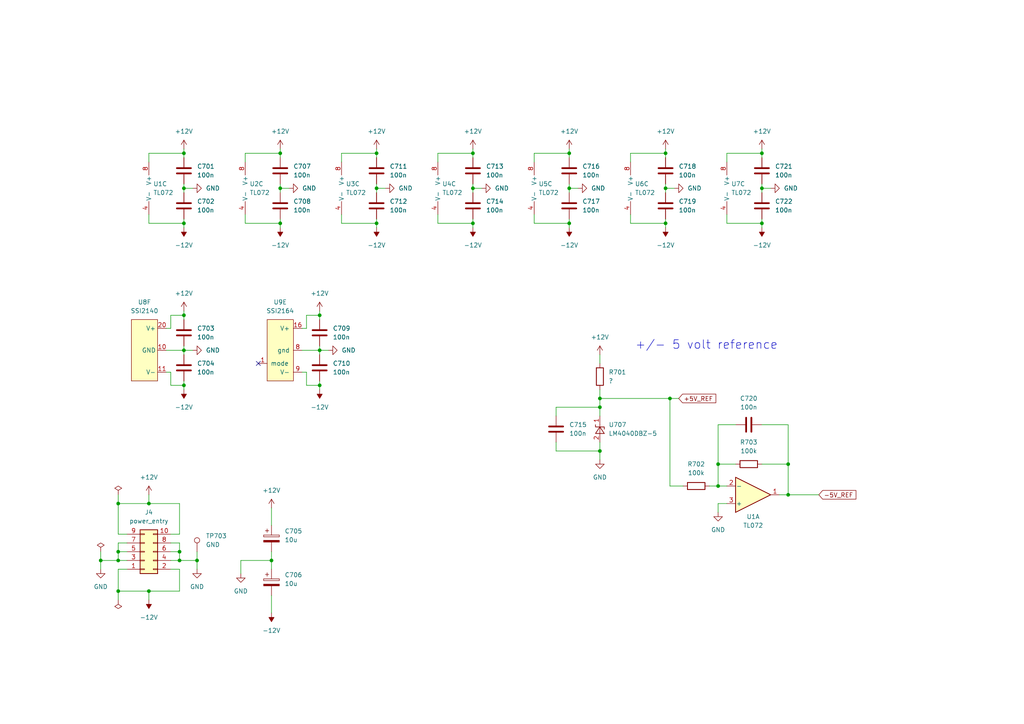
<source format=kicad_sch>
(kicad_sch (version 20230121) (generator eeschema)
  (paper "A4")
  (title_block (title "MICRO-OX VCF/VCA board") (date "2023-03-21") (rev "0") (comment 1 "creativecommons.org/licenses/by/4.0/") (comment 2 "License: CC by 4.0") (comment 3 "Author: Jordan Aceto"))
  (lib_symbols
    (symbol "Amplifier_Operational:TL072" (pin_names (offset 0.127))
      (property "Reference" "U" (at 0 5.08 0))
      (property "Value" "TL072" (at 0 -5.08 0))
      (symbol "TL072_1_1"
        (polyline (pts (xy -5.08 5.08) (xy 5.08 0) (xy -5.08 -5.08) (xy -5.08 5.08)) (stroke (width 0.254)) (fill (type background)))
        (pin output line (at 7.62 0 180) (length 2.54) (name "~") (number "1"))
        (pin input line (at -7.62 -2.54 0) (length 2.54) (name "-") (number "2"))
        (pin input line (at -7.62 2.54 0) (length 2.54) (name "+") (number "3"))
      )
      (symbol "TL072_2_1"
        (polyline (pts (xy -5.08 5.08) (xy 5.08 0) (xy -5.08 -5.08) (xy -5.08 5.08)) (stroke (width 0.254)) (fill (type background)))
        (pin input line (at -7.62 2.54 0) (length 2.54) (name "+") (number "5"))
        (pin input line (at -7.62 -2.54 0) (length 2.54) (name "-") (number "6"))
        (pin output line (at 7.62 0 180) (length 2.54) (name "~") (number "7"))
      )
      (symbol "TL072_3_1"
        (pin power_in line (at -2.54 -7.62 90) (length 3.81) (name "V-") (number "4"))
        (pin power_in line (at -2.54 7.62 270) (length 3.81) (name "V+") (number "8"))
      )
    )
    (symbol "Connector:TestPoint" (pin_numbers hide) (pin_names (offset 0.762) hide)
      (property "Reference" "TP" (at 0 6.858 0))
      (property "Value" "TestPoint" (at 0 5.08 0))
      (symbol "TestPoint_0_1"
        (circle (center 0 3.302) (radius 0.762))
      )
      (symbol "TestPoint_1_1"
        (pin passive line (at 0 0 90) (length 2.54) (name "1") (number "1"))
      )
    )
    (symbol "Connector_Generic:Conn_02x05_Odd_Even" (pin_names (offset 1.016) hide)
      (property "Reference" "J" (at 1.27 7.62 0))
      (property "Value" "Conn_02x05_Odd_Even" (at 1.27 -7.62 0))
      (symbol "Conn_02x05_Odd_Even_1_1"
        (rectangle (start -1.27 -4.953) (end 0 -5.207) (stroke (width 0.1524)))
        (rectangle (start -1.27 -2.413) (end 0 -2.667) (stroke (width 0.1524)))
        (rectangle (start -1.27 0.127) (end 0 -0.127) (stroke (width 0.1524)))
        (rectangle (start -1.27 2.667) (end 0 2.413) (stroke (width 0.1524)))
        (rectangle (start -1.27 5.207) (end 0 4.953) (stroke (width 0.1524)))
        (rectangle (start -1.27 6.35) (end 3.81 -6.35) (stroke (width 0.254)) (fill (type background)))
        (rectangle (start 3.81 -4.953) (end 2.54 -5.207) (stroke (width 0.1524)))
        (rectangle (start 3.81 -2.413) (end 2.54 -2.667) (stroke (width 0.1524)))
        (rectangle (start 3.81 0.127) (end 2.54 -0.127) (stroke (width 0.1524)))
        (rectangle (start 3.81 2.667) (end 2.54 2.413) (stroke (width 0.1524)))
        (rectangle (start 3.81 5.207) (end 2.54 4.953) (stroke (width 0.1524)))
        (pin passive line (at -5.08 5.08 0) (length 3.81) (name "Pin_1") (number "1"))
        (pin passive line (at 7.62 -5.08 180) (length 3.81) (name "Pin_10") (number "10"))
        (pin passive line (at 7.62 5.08 180) (length 3.81) (name "Pin_2") (number "2"))
        (pin passive line (at -5.08 2.54 0) (length 3.81) (name "Pin_3") (number "3"))
        (pin passive line (at 7.62 2.54 180) (length 3.81) (name "Pin_4") (number "4"))
        (pin passive line (at -5.08 0 0) (length 3.81) (name "Pin_5") (number "5"))
        (pin passive line (at 7.62 0 180) (length 3.81) (name "Pin_6") (number "6"))
        (pin passive line (at -5.08 -2.54 0) (length 3.81) (name "Pin_7") (number "7"))
        (pin passive line (at 7.62 -2.54 180) (length 3.81) (name "Pin_8") (number "8"))
        (pin passive line (at -5.08 -5.08 0) (length 3.81) (name "Pin_9") (number "9"))
      )
    )
    (symbol "Device:C" (pin_numbers hide) (pin_names (offset 0.254))
      (property "Reference" "C" (at 0.635 2.54 0))
      (property "Value" "C" (at 0.635 -2.54 0))
      (symbol "C_0_1"
        (polyline (pts (xy -2.032 -0.762) (xy 2.032 -0.762)) (stroke (width 0.508)))
        (polyline (pts (xy -2.032 0.762) (xy 2.032 0.762)) (stroke (width 0.508)))
      )
      (symbol "C_1_1"
        (pin passive line (at 0 3.81 270) (length 2.794) (name "~") (number "1"))
        (pin passive line (at 0 -3.81 90) (length 2.794) (name "~") (number "2"))
      )
    )
    (symbol "Device:C_Polarized" (pin_numbers hide) (pin_names (offset 0.254))
      (property "Reference" "C" (at 0.635 2.54 0))
      (property "Value" "C_Polarized" (at 0.635 -2.54 0))
      (symbol "C_Polarized_0_1"
        (rectangle (start -2.286 0.508) (end 2.286 1.016))
        (polyline (pts (xy -1.778 2.286) (xy -0.762 2.286)))
        (polyline (pts (xy -1.27 2.794) (xy -1.27 1.778)))
        (rectangle (start 2.286 -0.508) (end -2.286 -1.016) (fill (type outline)))
      )
      (symbol "C_Polarized_1_1"
        (pin passive line (at 0 3.81 270) (length 2.794) (name "~") (number "1"))
        (pin passive line (at 0 -3.81 90) (length 2.794) (name "~") (number "2"))
      )
    )
    (symbol "Device:R" (pin_numbers hide) (pin_names (offset 0))
      (property "Reference" "R" (at 2.032 0 90))
      (property "Value" "R" (at 0 0 90))
      (symbol "R_0_1"
        (rectangle (start -1.016 -2.54) (end 1.016 2.54) (stroke (width 0.254)))
      )
      (symbol "R_1_1"
        (pin passive line (at 0 3.81 270) (length 1.27) (name "~") (number "1"))
        (pin passive line (at 0 -3.81 90) (length 1.27) (name "~") (number "2"))
      )
    )
    (symbol "Reference_Voltage:LM4040DBZ-5" (pin_names (offset 0.0254) hide)
      (property "Reference" "U" (at 0 2.54 0))
      (property "Value" "LM4040DBZ-5" (at 0 -3.175 0))
      (symbol "LM4040DBZ-5_0_1"
        (polyline (pts (xy -1.27 0) (xy 0 0) (xy 1.27 0)))
        (polyline (pts (xy -1.27 -1.27) (xy 0.635 0) (xy -1.27 1.27) (xy -1.27 -1.27)) (stroke (width 0.2032)))
        (polyline (pts (xy 0 -1.27) (xy 0.635 -1.27) (xy 0.635 1.27) (xy 1.27 1.27)) (stroke (width 0.2032)))
      )
      (symbol "LM4040DBZ-5_1_1"
        (pin passive line (at 3.81 0 180) (length 2.54) (name "K") (number "1"))
        (pin passive line (at -3.81 0 0) (length 2.54) (name "A") (number "2"))
      )
    )
    (symbol "custom_symbols:SSI2140"
      (property "Reference" "U?" (at -1.905 11.43 0))
      (property "Value" "SSI2140" (at -1.905 8.89 0))
      (symbol "SSI2140_1_0"
        (polyline (pts (xy 0 0) (xy -2.54 0)))
        (polyline (pts (xy 0 -5.08) (xy 0 0) (xy 2.54 0)))
        (polyline (pts (xy -2.54 0) (xy -12.7 6.35) (xy -12.7 -6.35) (xy -2.54 0)) (fill (type background)))
        (text "B1" (at 5.08 0 0) (effects (font (size 1.27 1.27))))
        (text "Gm1" (at -8.89 0 0) (effects (font (size 1.27 1.27))))
      )
      (symbol "SSI2140_1_1"
        (polyline (pts (xy 8.89 0) (xy 2.54 5.08) (xy 2.54 -5.08) (xy 8.89 0)) (fill (type background)))
        (circle (center 0 0) (radius 0.635) (fill (type outline)))
        (pin output line (at 11.43 0 180) (length 2.54) (name "") (number "4"))
        (pin input line (at 0 -7.62 90) (length 2.54) (name "") (number "5"))
        (pin input line (at -15.24 0 0) (length 2.54) (name "") (number "6"))
      )
      (symbol "SSI2140_2_0"
        (polyline (pts (xy 0 0) (xy -2.54 0)))
        (polyline (pts (xy 0 -5.08) (xy 0 0) (xy 2.54 0)))
        (polyline (pts (xy -2.54 0) (xy -12.7 6.35) (xy -12.7 -6.35) (xy -2.54 0)) (fill (type background)))
        (text "B2" (at 5.08 0 0) (effects (font (size 1.27 1.27))))
        (text "Gm2" (at -8.89 0 0) (effects (font (size 1.27 1.27))))
      )
      (symbol "SSI2140_2_1"
        (polyline (pts (xy 8.89 0) (xy 2.54 5.08) (xy 2.54 -5.08) (xy 8.89 0)) (fill (type background)))
        (circle (center 0 0) (radius 0.635) (fill (type outline)))
        (pin output line (at 11.43 0 180) (length 2.54) (name "") (number "1"))
        (pin input line (at 0 -7.62 90) (length 2.54) (name "") (number "2"))
        (pin input line (at -15.24 0 0) (length 2.54) (name "") (number "3"))
      )
      (symbol "SSI2140_3_0"
        (polyline (pts (xy 0 0) (xy -2.54 0)))
        (polyline (pts (xy 0 -5.08) (xy 0 0) (xy 2.54 0)))
        (polyline (pts (xy -2.54 0) (xy -12.7 6.35) (xy -12.7 -6.35) (xy -2.54 0)) (fill (type background)))
        (text "B3" (at 5.08 0 0) (effects (font (size 1.27 1.27))))
        (text "Gm3" (at -8.89 0 0) (effects (font (size 1.27 1.27))))
      )
      (symbol "SSI2140_3_1"
        (polyline (pts (xy 8.89 0) (xy 2.54 5.08) (xy 2.54 -5.08) (xy 8.89 0)) (fill (type background)))
        (circle (center 0 0) (radius 0.635) (fill (type outline)))
        (pin output line (at 11.43 0 180) (length 2.54) (name "") (number "17"))
        (pin input line (at 0 -7.62 90) (length 2.54) (name "") (number "18"))
        (pin input line (at -15.24 0 0) (length 2.54) (name "") (number "19"))
      )
      (symbol "SSI2140_4_0"
        (polyline (pts (xy 0 0) (xy -2.54 0)))
        (polyline (pts (xy 27.94 -5.08) (xy 35.56 5.08)))
        (polyline (pts (xy 35.56 -5.08) (xy 28.575 5.08)))
        (polyline (pts (xy 0 -5.08) (xy 0 0) (xy 2.54 0)))
        (polyline (pts (xy 11.43 0) (xy 11.43 0) (xy 8.89 0)))
        (polyline (pts (xy 20.32 3.175) (xy 14.605 3.175) (xy 14.605 0)))
        (polyline (pts (xy 25.4 -5.08) (xy 25.4 -2.54) (xy 27.94 -2.54)))
        (polyline (pts (xy -2.54 0) (xy -12.7 6.35) (xy -12.7 -6.35) (xy -2.54 0)) (fill (type background)))
        (polyline (pts (xy 35.56 5.08) (xy 27.94 5.08) (xy 27.94 -5.08) (xy 35.56 -5.08)) (fill (type background)))
        (polyline (pts (xy 43.18 0) (xy 35.56 5.08) (xy 35.56 -5.08) (xy 43.18 0)) (fill (type background)))
        (polyline (pts (xy 20.32 3.175) (xy 20.955 4.445) (xy 21.59 1.905) (xy 22.225 4.445) (xy 22.86 1.905) (xy 23.495 4.445) (xy 24.13 1.905) (xy 24.765 4.445) (xy 25.4 3.175) (xy 27.94 3.175)))
        (text "+" (at 26.67 -1.27 0) (effects (font (size 1.27 1.27))))
        (text "-" (at 26.67 3.81 0) (effects (font (size 1.27 1.27))))
        (text "B3" (at 5.08 0 0) (effects (font (size 1.27 1.27))))
        (text "Gm3" (at -8.89 0 0) (effects (font (size 1.27 1.27))))
        (text "Qvca" (at 38.735 0 0) (effects (font (size 1.27 1.27))))
      )
      (symbol "SSI2140_4_1"
        (polyline (pts (xy 11.43 0) (xy 14.605 0)))
        (polyline (pts (xy 8.89 0) (xy 2.54 5.08) (xy 2.54 -5.08) (xy 8.89 0)) (fill (type background)))
        (circle (center 0 0) (radius 0.635) (fill (type outline)))
        (pin input line (at 31.75 -7.62 90) (length 2.54) (name "") (number "12"))
        (pin input line (at 25.4 -7.62 90) (length 2.54) (name "") (number "13"))
        (pin output line (at 11.43 0 180) (length 2.54) (name "") (number "14"))
        (pin input line (at 0 -7.62 90) (length 2.54) (name "") (number "15"))
        (pin input line (at -15.24 0 0) (length 2.54) (name "") (number "16"))
        (pin output line (at 45.72 0 180) (length 2.54) (name "") (number "9"))
      )
      (symbol "SSI2140_5_0"
        (text "Exponential" (at -10.16 2.54 0) (effects (font (size 1.27 1.27)) (justify left)))
        (text "Function" (at -10.16 0 0) (effects (font (size 1.27 1.27)) (justify left)))
        (text "Generator" (at -10.16 -2.54 0) (effects (font (size 1.27 1.27)) (justify left)))
      )
      (symbol "SSI2140_5_1"
        (rectangle (start -11.43 5.08) (end 12.7 -5.08) (fill (type background)))
        (pin input line (at 15.24 2.54 180) (length 2.54) (name "EXPO_CTL") (number "7"))
        (pin input line (at 15.24 -2.54 180) (length 2.54) (name "TEMPCO") (number "8"))
      )
      (symbol "SSI2140_6_0"
        (rectangle (start -3.81 6.35) (end 3.81 -11.43) (fill (type background)))
      )
      (symbol "SSI2140_6_1"
        (pin power_in line (at 6.35 -2.54 180) (length 2.54) (name "GND") (number "10"))
        (pin power_in line (at 6.35 -8.89 180) (length 2.54) (name "V-") (number "11"))
        (pin power_in line (at 6.35 3.81 180) (length 2.54) (name "V+") (number "20"))
      )
    )
    (symbol "custom_symbols:SSI2164" (pin_names (offset 1.016))
      (property "Reference" "U3" (at 0 12.7 0))
      (property "Value" "SSI2164" (at 0 10.16 0))
      (symbol "SSI2164_1_1"
        (rectangle (start -5.08 5.08) (end 5.08 -5.08) (fill (type background)))
        (polyline (pts (xy 5.08 5.08) (xy -5.08 -5.08)))
        (polyline (pts (xy 5.08 5.08) (xy 10.16 0) (xy 5.08 -5.08) (xy -5.08 5.08)) (fill (type background)))
        (pin input line (at -7.62 0 0) (length 2.54) (name "~") (number "2"))
        (pin input line (at 0 -7.62 90) (length 2.54) (name "~") (number "3"))
        (pin output line (at 12.7 0 180) (length 2.54) (name "~") (number "4"))
      )
      (symbol "SSI2164_2_1"
        (rectangle (start -5.08 5.08) (end 5.08 -5.08) (fill (type background)))
        (polyline (pts (xy 5.08 5.08) (xy -5.08 -5.08)))
        (polyline (pts (xy 5.08 5.08) (xy 10.16 0) (xy 5.08 -5.08) (xy -5.08 5.08)) (fill (type background)))
        (pin output line (at 12.7 0 180) (length 2.54) (name "~") (number "5"))
        (pin input line (at 0 -7.62 90) (length 2.54) (name "~") (number "6"))
        (pin input line (at -7.62 0 0) (length 2.54) (name "~") (number "7"))
      )
      (symbol "SSI2164_3_1"
        (rectangle (start -5.08 5.08) (end 5.08 -5.08) (fill (type background)))
        (polyline (pts (xy 5.08 5.08) (xy -5.08 -5.08)))
        (polyline (pts (xy 5.08 5.08) (xy 10.16 0) (xy 5.08 -5.08) (xy -5.08 5.08)) (fill (type background)))
        (pin input line (at -7.62 0 0) (length 2.54) (name "~") (number "10"))
        (pin input line (at 0 -7.62 90) (length 2.54) (name "~") (number "11"))
        (pin output line (at 12.7 0 180) (length 2.54) (name "~") (number "12"))
      )
      (symbol "SSI2164_4_1"
        (rectangle (start -5.08 5.08) (end 5.08 -5.08) (fill (type background)))
        (polyline (pts (xy 5.08 5.08) (xy -5.08 -5.08)))
        (polyline (pts (xy 5.08 5.08) (xy 10.16 0) (xy 5.08 -5.08) (xy -5.08 5.08)) (fill (type background)))
        (pin output line (at 12.7 0 180) (length 2.54) (name "~") (number "13"))
        (pin input line (at 0 -7.62 90) (length 2.54) (name "~") (number "14"))
        (pin input line (at -7.62 0 0) (length 2.54) (name "~") (number "15"))
      )
      (symbol "SSI2164_5_1"
        (rectangle (start -3.81 8.89) (end 3.81 -8.89) (fill (type background)))
        (pin input line (at -6.35 -3.81 0) (length 2.54) (name "mode") (number "1"))
        (pin power_in line (at 6.35 6.35 180) (length 2.54) (name "V+") (number "16"))
        (pin power_in line (at 6.35 0 180) (length 2.54) (name "gnd") (number "8"))
        (pin power_in line (at 6.35 -6.35 180) (length 2.54) (name "V-") (number "9"))
      )
    )
    (symbol "power:+12V" (power) (pin_names (offset 0))
      (property "Value" "+12V" (at 0 3.556 0))
      (symbol "+12V_0_1"
        (polyline (pts (xy -0.762 1.27) (xy 0 2.54)))
        (polyline (pts (xy 0 0) (xy 0 2.54)))
        (polyline (pts (xy 0 2.54) (xy 0.762 1.27)))
      )
      (symbol "+12V_1_1"
        (pin power_in line (at 0 0 90) (length 0) hide (name "+12V") (number "1"))
      )
    )
    (symbol "power:-12V" (power) (pin_names (offset 0))
      (property "Value" "-12V" (at 0 3.81 0))
      (symbol "-12V_0_0"
        (pin power_in line (at 0 0 90) (length 0) hide (name "-12V") (number "1"))
      )
      (symbol "-12V_0_1"
        (polyline (pts (xy 0 0) (xy 0 1.27) (xy 0.762 1.27) (xy 0 2.54) (xy -0.762 1.27) (xy 0 1.27)) (fill (type outline)))
      )
    )
    (symbol "power:GND" (power) (pin_names (offset 0))
      (property "Value" "GND" (at 0 -3.81 0))
      (symbol "GND_0_1"
        (polyline (pts (xy 0 0) (xy 0 -1.27) (xy 1.27 -1.27) (xy 0 -2.54) (xy -1.27 -1.27) (xy 0 -1.27)))
      )
      (symbol "GND_1_1"
        (pin power_in line (at 0 0 270) (length 0) hide (name "GND") (number "1"))
      )
    )
    (symbol "power:PWR_FLAG" (power) (pin_numbers hide) (pin_names (offset 0) hide)
      (property "Value" "PWR_FLAG" (at 0 3.81 0))
      (symbol "PWR_FLAG_0_0"
        (pin power_out line (at 0 0 90) (length 0) (name "pwr") (number "1"))
      )
      (symbol "PWR_FLAG_0_1"
        (polyline (pts (xy 0 0) (xy 0 1.27) (xy -1.016 1.905) (xy 0 2.54) (xy 1.016 1.905) (xy 0 1.27)))
      )
    )
  )
  (junction (at 43.18 171.45))
  (junction (at 220.98 54.61))
  (junction (at 43.18 146.05))
  (junction (at 220.98 64.77))
  (junction (at 208.28 134.62))
  (junction (at 78.74 162.56))
  (junction (at 53.34 111.76))
  (junction (at 109.22 54.61))
  (junction (at 109.22 64.77))
  (junction (at 194.31 115.57))
  (junction (at 137.16 64.77))
  (junction (at 53.34 101.6))
  (junction (at 29.21 162.56))
  (junction (at 53.34 91.44))
  (junction (at 165.1 54.61))
  (junction (at 137.16 54.61))
  (junction (at 81.28 44.45))
  (junction (at 228.6 143.51))
  (junction (at 52.07 162.56))
  (junction (at 173.99 115.57))
  (junction (at 193.04 44.45))
  (junction (at 53.34 44.45))
  (junction (at 34.29 146.05))
  (junction (at 53.34 54.61))
  (junction (at 137.16 44.45))
  (junction (at 57.15 162.56))
  (junction (at 81.28 54.61))
  (junction (at 228.6 134.62))
  (junction (at 165.1 64.77))
  (junction (at 109.22 44.45))
  (junction (at 34.29 171.45))
  (junction (at 92.71 101.6))
  (junction (at 92.71 111.76))
  (junction (at 52.07 160.02))
  (junction (at 193.04 64.77))
  (junction (at 220.98 44.45))
  (junction (at 208.28 140.97))
  (junction (at 193.04 54.61))
  (junction (at 92.71 91.44))
  (junction (at 81.28 64.77))
  (junction (at 34.29 162.56))
  (junction (at 173.99 118.11))
  (junction (at 34.29 160.02))
  (junction (at 165.1 44.45))
  (junction (at 53.34 64.77))
  (junction (at 173.99 130.81))
  (no_connect (at 74.93 105.41))
  (wire (pts (xy 127 44.45) (xy 137.16 44.45)))
  (wire (pts (xy 228.6 143.51) (xy 237.49 143.51)))
  (wire (pts (xy 49.53 154.94) (xy 52.07 154.94)))
  (wire (pts (xy 53.34 54.61) (xy 53.34 55.88)))
  (wire (pts (xy 213.36 123.19) (xy 208.28 123.19)))
  (wire (pts (xy 154.94 62.23) (xy 154.94 64.77)))
  (wire (pts (xy 154.94 44.45) (xy 165.1 44.45)))
  (wire (pts (xy 49.53 111.76) (xy 53.34 111.76)))
  (wire (pts (xy 228.6 134.62) (xy 220.98 134.62)))
  (wire (pts (xy 88.9 95.25) (xy 88.9 91.44)))
  (wire (pts (xy 223.52 54.61) (xy 220.98 54.61)))
  (wire (pts (xy 36.83 165.1) (xy 34.29 165.1)))
  (wire (pts (xy 228.6 123.19) (xy 228.6 134.62)))
  (wire (pts (xy 49.53 95.25) (xy 48.26 95.25)))
  (wire (pts (xy 52.07 171.45) (xy 52.07 165.1)))
  (wire (pts (xy 161.29 118.11) (xy 161.29 120.65)))
  (wire (pts (xy 53.34 44.45) (xy 53.34 45.72)))
  (wire (pts (xy 173.99 115.57) (xy 194.31 115.57)))
  (wire (pts (xy 111.76 54.61) (xy 109.22 54.61)))
  (wire (pts (xy 210.82 140.97) (xy 208.28 140.97)))
  (wire (pts (xy 205.74 140.97) (xy 208.28 140.97)))
  (wire (pts (xy 109.22 53.34) (xy 109.22 54.61)))
  (wire (pts (xy 34.29 154.94) (xy 36.83 154.94)))
  (wire (pts (xy 193.04 64.77) (xy 193.04 63.5)))
  (wire (pts (xy 78.74 172.72) (xy 78.74 177.8)))
  (wire (pts (xy 48.26 101.6) (xy 53.34 101.6)))
  (wire (pts (xy 53.34 111.76) (xy 53.34 110.49)))
  (wire (pts (xy 165.1 44.45) (xy 165.1 45.72)))
  (wire (pts (xy 154.94 44.45) (xy 154.94 46.99)))
  (wire (pts (xy 161.29 130.81) (xy 161.29 128.27)))
  (wire (pts (xy 220.98 44.45) (xy 220.98 45.72)))
  (wire (pts (xy 173.99 133.35) (xy 173.99 130.81)))
  (wire (pts (xy 92.71 100.33) (xy 92.71 101.6)))
  (wire (pts (xy 49.53 107.95) (xy 49.53 111.76)))
  (wire (pts (xy 165.1 66.04) (xy 165.1 64.77)))
  (wire (pts (xy 57.15 160.02) (xy 57.15 162.56)))
  (wire (pts (xy 57.15 162.56) (xy 52.07 162.56)))
  (wire (pts (xy 194.31 115.57) (xy 196.85 115.57)))
  (wire (pts (xy 34.29 157.48) (xy 36.83 157.48)))
  (wire (pts (xy 88.9 95.25) (xy 87.63 95.25)))
  (wire (pts (xy 127 44.45) (xy 127 46.99)))
  (wire (pts (xy 52.07 146.05) (xy 43.18 146.05)))
  (wire (pts (xy 109.22 64.77) (xy 109.22 63.5)))
  (wire (pts (xy 167.64 54.61) (xy 165.1 54.61)))
  (wire (pts (xy 165.1 53.34) (xy 165.1 54.61)))
  (wire (pts (xy 57.15 165.1) (xy 57.15 162.56)))
  (wire (pts (xy 210.82 62.23) (xy 210.82 64.77)))
  (wire (pts (xy 81.28 66.04) (xy 81.28 64.77)))
  (wire (pts (xy 210.82 44.45) (xy 220.98 44.45)))
  (wire (pts (xy 92.71 90.17) (xy 92.71 91.44)))
  (wire (pts (xy 99.06 44.45) (xy 99.06 46.99)))
  (wire (pts (xy 34.29 143.51) (xy 34.29 146.05)))
  (wire (pts (xy 71.12 64.77) (xy 81.28 64.77)))
  (wire (pts (xy 71.12 62.23) (xy 71.12 64.77)))
  (wire (pts (xy 88.9 91.44) (xy 92.71 91.44)))
  (wire (pts (xy 137.16 53.34) (xy 137.16 54.61)))
  (wire (pts (xy 220.98 54.61) (xy 220.98 55.88)))
  (wire (pts (xy 29.21 162.56) (xy 34.29 162.56)))
  (wire (pts (xy 43.18 62.23) (xy 43.18 64.77)))
  (wire (pts (xy 228.6 143.51) (xy 228.6 134.62)))
  (wire (pts (xy 92.71 113.03) (xy 92.71 111.76)))
  (wire (pts (xy 173.99 113.03) (xy 173.99 115.57)))
  (wire (pts (xy 92.71 111.76) (xy 92.71 110.49)))
  (wire (pts (xy 193.04 53.34) (xy 193.04 54.61)))
  (wire (pts (xy 71.12 44.45) (xy 71.12 46.99)))
  (wire (pts (xy 173.99 118.11) (xy 161.29 118.11)))
  (wire (pts (xy 92.71 101.6) (xy 92.71 102.87)))
  (wire (pts (xy 34.29 173.99) (xy 34.29 171.45)))
  (wire (pts (xy 182.88 62.23) (xy 182.88 64.77)))
  (wire (pts (xy 165.1 43.18) (xy 165.1 44.45)))
  (wire (pts (xy 137.16 64.77) (xy 137.16 63.5)))
  (wire (pts (xy 81.28 43.18) (xy 81.28 44.45)))
  (wire (pts (xy 49.53 157.48) (xy 52.07 157.48)))
  (wire (pts (xy 53.34 90.17) (xy 53.34 91.44)))
  (wire (pts (xy 165.1 64.77) (xy 165.1 63.5)))
  (wire (pts (xy 81.28 53.34) (xy 81.28 54.61)))
  (wire (pts (xy 52.07 154.94) (xy 52.07 146.05)))
  (wire (pts (xy 127 64.77) (xy 137.16 64.77)))
  (wire (pts (xy 195.58 54.61) (xy 193.04 54.61)))
  (wire (pts (xy 210.82 44.45) (xy 210.82 46.99)))
  (wire (pts (xy 109.22 54.61) (xy 109.22 55.88)))
  (wire (pts (xy 182.88 64.77) (xy 193.04 64.77)))
  (wire (pts (xy 49.53 160.02) (xy 52.07 160.02)))
  (wire (pts (xy 173.99 130.81) (xy 161.29 130.81)))
  (wire (pts (xy 182.88 44.45) (xy 193.04 44.45)))
  (wire (pts (xy 194.31 115.57) (xy 194.31 140.97)))
  (wire (pts (xy 88.9 107.95) (xy 88.9 111.76)))
  (wire (pts (xy 109.22 66.04) (xy 109.22 64.77)))
  (wire (pts (xy 92.71 91.44) (xy 92.71 92.71)))
  (wire (pts (xy 78.74 147.32) (xy 78.74 152.4)))
  (wire (pts (xy 53.34 53.34) (xy 53.34 54.61)))
  (wire (pts (xy 52.07 160.02) (xy 52.07 157.48)))
  (wire (pts (xy 52.07 165.1) (xy 49.53 165.1)))
  (wire (pts (xy 208.28 146.05) (xy 208.28 148.59)))
  (wire (pts (xy 139.7 54.61) (xy 137.16 54.61)))
  (wire (pts (xy 78.74 160.02) (xy 78.74 162.56)))
  (wire (pts (xy 52.07 162.56) (xy 52.07 160.02)))
  (wire (pts (xy 81.28 64.77) (xy 81.28 63.5)))
  (wire (pts (xy 29.21 165.1) (xy 29.21 162.56)))
  (wire (pts (xy 43.18 143.51) (xy 43.18 146.05)))
  (wire (pts (xy 34.29 171.45) (xy 43.18 171.45)))
  (wire (pts (xy 127 62.23) (xy 127 64.77)))
  (wire (pts (xy 53.34 113.03) (xy 53.34 111.76)))
  (wire (pts (xy 78.74 162.56) (xy 78.74 165.1)))
  (wire (pts (xy 34.29 165.1) (xy 34.29 171.45)))
  (wire (pts (xy 226.06 143.51) (xy 228.6 143.51)))
  (wire (pts (xy 43.18 44.45) (xy 43.18 46.99)))
  (wire (pts (xy 55.88 54.61) (xy 53.34 54.61)))
  (wire (pts (xy 34.29 157.48) (xy 34.29 160.02)))
  (wire (pts (xy 81.28 44.45) (xy 81.28 45.72)))
  (wire (pts (xy 87.63 101.6) (xy 92.71 101.6)))
  (wire (pts (xy 36.83 162.56) (xy 34.29 162.56)))
  (wire (pts (xy 182.88 44.45) (xy 182.88 46.99)))
  (wire (pts (xy 43.18 146.05) (xy 34.29 146.05)))
  (wire (pts (xy 220.98 43.18) (xy 220.98 44.45)))
  (wire (pts (xy 49.53 95.25) (xy 49.53 91.44)))
  (wire (pts (xy 53.34 43.18) (xy 53.34 44.45)))
  (wire (pts (xy 109.22 43.18) (xy 109.22 44.45)))
  (wire (pts (xy 88.9 111.76) (xy 92.71 111.76)))
  (wire (pts (xy 83.82 54.61) (xy 81.28 54.61)))
  (wire (pts (xy 43.18 64.77) (xy 53.34 64.77)))
  (wire (pts (xy 193.04 44.45) (xy 193.04 45.72)))
  (wire (pts (xy 137.16 43.18) (xy 137.16 44.45)))
  (wire (pts (xy 109.22 44.45) (xy 109.22 45.72)))
  (wire (pts (xy 81.28 54.61) (xy 81.28 55.88)))
  (wire (pts (xy 99.06 64.77) (xy 109.22 64.77)))
  (wire (pts (xy 154.94 64.77) (xy 165.1 64.77)))
  (wire (pts (xy 173.99 128.27) (xy 173.99 130.81)))
  (wire (pts (xy 69.85 162.56) (xy 78.74 162.56)))
  (wire (pts (xy 53.34 91.44) (xy 53.34 92.71)))
  (wire (pts (xy 49.53 162.56) (xy 52.07 162.56)))
  (wire (pts (xy 71.12 44.45) (xy 81.28 44.45)))
  (wire (pts (xy 53.34 100.33) (xy 53.34 101.6)))
  (wire (pts (xy 34.29 160.02) (xy 34.29 162.56)))
  (wire (pts (xy 194.31 140.97) (xy 198.12 140.97)))
  (wire (pts (xy 173.99 120.65) (xy 173.99 118.11)))
  (wire (pts (xy 173.99 102.87) (xy 173.99 105.41)))
  (wire (pts (xy 165.1 54.61) (xy 165.1 55.88)))
  (wire (pts (xy 220.98 66.04) (xy 220.98 64.77)))
  (wire (pts (xy 137.16 66.04) (xy 137.16 64.77)))
  (wire (pts (xy 208.28 123.19) (xy 208.28 134.62)))
  (wire (pts (xy 220.98 53.34) (xy 220.98 54.61)))
  (wire (pts (xy 99.06 44.45) (xy 109.22 44.45)))
  (wire (pts (xy 49.53 107.95) (xy 48.26 107.95)))
  (wire (pts (xy 53.34 101.6) (xy 53.34 102.87)))
  (wire (pts (xy 173.99 115.57) (xy 173.99 118.11)))
  (wire (pts (xy 43.18 171.45) (xy 43.18 173.99)))
  (wire (pts (xy 220.98 123.19) (xy 228.6 123.19)))
  (wire (pts (xy 137.16 44.45) (xy 137.16 45.72)))
  (wire (pts (xy 208.28 140.97) (xy 208.28 134.62)))
  (wire (pts (xy 193.04 43.18) (xy 193.04 44.45)))
  (wire (pts (xy 43.18 171.45) (xy 52.07 171.45)))
  (wire (pts (xy 69.85 166.37) (xy 69.85 162.56)))
  (wire (pts (xy 55.88 101.6) (xy 53.34 101.6)))
  (wire (pts (xy 29.21 160.02) (xy 29.21 162.56)))
  (wire (pts (xy 34.29 160.02) (xy 36.83 160.02)))
  (wire (pts (xy 53.34 66.04) (xy 53.34 64.77)))
  (wire (pts (xy 43.18 44.45) (xy 53.34 44.45)))
  (wire (pts (xy 210.82 146.05) (xy 208.28 146.05)))
  (wire (pts (xy 193.04 66.04) (xy 193.04 64.77)))
  (wire (pts (xy 210.82 64.77) (xy 220.98 64.77)))
  (wire (pts (xy 34.29 146.05) (xy 34.29 154.94)))
  (wire (pts (xy 220.98 64.77) (xy 220.98 63.5)))
  (wire (pts (xy 137.16 54.61) (xy 137.16 55.88)))
  (wire (pts (xy 88.9 107.95) (xy 87.63 107.95)))
  (wire (pts (xy 208.28 134.62) (xy 213.36 134.62)))
  (wire (pts (xy 193.04 54.61) (xy 193.04 55.88)))
  (wire (pts (xy 99.06 62.23) (xy 99.06 64.77)))
  (wire (pts (xy 95.25 101.6) (xy 92.71 101.6)))
  (wire (pts (xy 49.53 91.44) (xy 53.34 91.44)))
  (wire (pts (xy 53.34 64.77) (xy 53.34 63.5)))
  (text "+/- 5 volt reference" (at 184.15 101.6 0) (effects (font (size 2.5 2.5)) (justify left bottom)))
  (global_label "+5V_REF" (shape input) (at 196.85 115.57 0) (property "Intersheetrefs" "${INTERSHEET_REFS}" (effects hide)))
  (global_label "-5V_REF" (shape input) (at 237.49 143.51 0) (property "Intersheetrefs" "${INTERSHEET_REFS}" (effects hide)))
  (symbol (lib_id "power:PWR_FLAG") (at 34.29 143.51 0) (unit 1)
    (property "Reference" "#FLG0702" (effects hide))
    (property "Value" "PWR_FLAG" (effects hide))
  )
  (symbol (lib_id "Amplifier_Operational:TL072") (at 157.48 54.61 0) (unit 3)
    (property "Reference" "U5" (at 156.21 53.34 0) (effects (justify left)))
    (property "Value" "TL072" (at 156.21 55.88 0) (effects (justify left)))
    (property "Footprint" "Package_SO:SOIC-8_3.9x4.9mm_P1.27mm" (effects hide))
    (property "Datasheet" "http://www.ti.com/lit/ds/symlink/tl071.pdf" (effects hide))
  )
  (symbol (lib_id "Amplifier_Operational:TL072") (at 101.6 54.61 0) (unit 3)
    (property "Reference" "U3" (at 100.33 53.34 0) (effects (justify left)))
    (property "Value" "TL072" (at 100.33 55.88 0) (effects (justify left)))
    (property "Footprint" "Package_SO:SOIC-8_3.9x4.9mm_P1.27mm" (effects hide))
    (property "Datasheet" "http://www.ti.com/lit/ds/symlink/tl071.pdf" (effects hide))
  )
  (symbol (lib_id "Device:C") (at 53.34 106.68 0) (unit 1)
    (property "Reference" "C704" (at 57.15 105.4099 0) (effects (justify left)))
    (property "Value" "100n" (at 57.15 107.9499 0) (effects (justify left)))
    (property "Footprint" "Capacitor_SMD:C_0603_1608Metric" (effects hide))
  )
  (symbol (lib_id "Device:C") (at 109.22 59.69 0) (unit 1)
    (property "Reference" "C712" (at 113.03 58.4199 0) (effects (justify left)))
    (property "Value" "100n" (at 113.03 60.9599 0) (effects (justify left)))
    (property "Footprint" "Capacitor_SMD:C_0603_1608Metric" (effects hide))
  )
  (symbol (lib_id "Amplifier_Operational:TL072") (at 129.54 54.61 0) (unit 3)
    (property "Reference" "U4" (at 128.27 53.34 0) (effects (justify left)))
    (property "Value" "TL072" (at 128.27 55.88 0) (effects (justify left)))
    (property "Footprint" "Package_SO:SOIC-8_3.9x4.9mm_P1.27mm" (effects hide))
    (property "Datasheet" "http://www.ti.com/lit/ds/symlink/tl071.pdf" (effects hide))
  )
  (symbol (lib_id "power:GND") (at 55.88 101.6 90) (unit 1)
    (property "Reference" "#PWR0709" (effects hide))
    (property "Value" "GND" (at 59.69 101.5999 90) (effects (justify right)))
  )
  (symbol (lib_id "power:PWR_FLAG") (at 34.29 173.99 180) (unit 1)
    (property "Reference" "#FLG0703" (effects hide))
    (property "Value" "PWR_FLAG" (effects hide))
  )
  (symbol (lib_id "power:GND") (at 83.82 54.61 90) (unit 1)
    (property "Reference" "#PWR0716" (effects hide))
    (property "Value" "GND" (at 87.63 54.6099 90) (effects (justify right)))
  )
  (symbol (lib_id "Device:C") (at 53.34 96.52 0) (unit 1)
    (property "Reference" "C703" (at 57.15 95.2499 0) (effects (justify left)))
    (property "Value" "100n" (at 57.15 97.7899 0) (effects (justify left)))
    (property "Footprint" "Capacitor_SMD:C_0603_1608Metric" (effects hide))
  )
  (symbol (lib_id "power:+12V") (at 43.18 143.51 0) (unit 1)
    (property "Reference" "#PWR0702" (effects hide))
    (property "Value" "+12V" (at 43.18 138.43 0))
  )
  (symbol (lib_id "Device:C") (at 165.1 49.53 0) (unit 1)
    (property "Reference" "C716" (at 168.91 48.2599 0) (effects (justify left)))
    (property "Value" "100n" (at 168.91 50.7999 0) (effects (justify left)))
    (property "Footprint" "Capacitor_SMD:C_0603_1608Metric" (effects hide))
  )
  (symbol (lib_id "power:+12V") (at 109.22 43.18 0) (unit 1)
    (property "Reference" "#PWR0720" (effects hide))
    (property "Value" "+12V" (at 109.22 38.1 0))
  )
  (symbol (lib_id "Device:C") (at 137.16 59.69 0) (unit 1)
    (property "Reference" "C714" (at 140.97 58.4199 0) (effects (justify left)))
    (property "Value" "100n" (at 140.97 60.9599 0) (effects (justify left)))
    (property "Footprint" "Capacitor_SMD:C_0603_1608Metric" (effects hide))
  )
  (symbol (lib_id "Device:C") (at 109.22 49.53 0) (unit 1)
    (property "Reference" "C711" (at 113.03 48.2599 0) (effects (justify left)))
    (property "Value" "100n" (at 113.03 50.7999 0) (effects (justify left)))
    (property "Footprint" "Capacitor_SMD:C_0603_1608Metric" (effects hide))
  )
  (symbol (lib_id "power:-12V") (at 137.16 66.04 180) (unit 1)
    (property "Reference" "#PWR0724" (effects hide))
    (property "Value" "-12V" (at 137.16 71.12 0))
  )
  (symbol (lib_id "power:-12V") (at 109.22 66.04 180) (unit 1)
    (property "Reference" "#PWR0721" (effects hide))
    (property "Value" "-12V" (at 109.22 71.12 0))
  )
  (symbol (lib_id "power:GND") (at 55.88 54.61 90) (unit 1)
    (property "Reference" "#PWR0708" (effects hide))
    (property "Value" "GND" (at 59.69 54.6099 90) (effects (justify right)))
  )
  (symbol (lib_id "power:+12V") (at 220.98 43.18 0) (unit 1)
    (property "Reference" "#PWR0735" (effects hide))
    (property "Value" "+12V" (at 220.98 38.1 0))
  )
  (symbol (lib_id "Device:C") (at 53.34 59.69 0) (unit 1)
    (property "Reference" "C702" (at 57.15 58.4199 0) (effects (justify left)))
    (property "Value" "100n" (at 57.15 60.9599 0) (effects (justify left)))
    (property "Footprint" "Capacitor_SMD:C_0603_1608Metric" (effects hide))
  )
  (symbol (lib_id "Device:C") (at 165.1 59.69 0) (unit 1)
    (property "Reference" "C717" (at 168.91 58.4199 0) (effects (justify left)))
    (property "Value" "100n" (at 168.91 60.9599 0) (effects (justify left)))
    (property "Footprint" "Capacitor_SMD:C_0603_1608Metric" (effects hide))
  )
  (symbol (lib_id "Connector:TestPoint") (at 57.15 160.02 0) (unit 1) (in_bom no)
    (property "Reference" "TP703" (at 59.69 155.4479 0) (effects (justify left)))
    (property "Value" "GND" (at 59.69 157.9879 0) (effects (justify left)))
    (property "Footprint" "TestPoint:TestPoint_Bridge_Pitch7.62mm_Drill1.3mm" (effects hide))
  )
  (symbol (lib_id "power:-12V") (at 193.04 66.04 180) (unit 1)
    (property "Reference" "#PWR0732" (effects hide))
    (property "Value" "-12V" (at 193.04 71.12 0))
  )
  (symbol (lib_id "power:GND") (at 195.58 54.61 90) (unit 1)
    (property "Reference" "#PWR0733" (effects hide))
    (property "Value" "GND" (at 199.39 54.6099 90) (effects (justify right)))
  )
  (symbol (lib_id "Device:C_Polarized") (at 78.74 168.91 0) (unit 1)
    (property "Reference" "C706" (at 82.55 166.7509 0) (effects (justify left)))
    (property "Value" "10u" (at 82.55 169.2909 0) (effects (justify left)))
    (property "Footprint" "Capacitor_THT:CP_Radial_D6.3mm_P2.50mm" (effects hide))
  )
  (symbol (lib_id "power:GND") (at 173.99 133.35 0) (mirror y) (unit 1)
    (property "Reference" "#PWR0730" (effects hide))
    (property "Value" "GND" (at 173.99 138.43 0))
  )
  (symbol (lib_id "Device:C") (at 161.29 124.46 0) (unit 1)
    (property "Reference" "C715" (at 165.1 123.1899 0) (effects (justify left)))
    (property "Value" "100n" (at 165.1 125.7299 0) (effects (justify left)))
    (property "Footprint" "Capacitor_SMD:C_0603_1608Metric" (effects hide))
  )
  (symbol (lib_id "power:GND") (at 139.7 54.61 90) (unit 1)
    (property "Reference" "#PWR0725" (effects hide))
    (property "Value" "GND" (at 143.51 54.6099 90) (effects (justify right)))
  )
  (symbol (lib_id "power:GND") (at 167.64 54.61 90) (unit 1)
    (property "Reference" "#PWR0728" (effects hide))
    (property "Value" "GND" (at 171.45 54.6099 90) (effects (justify right)))
  )
  (symbol (lib_id "power:+12V") (at 193.04 43.18 0) (unit 1)
    (property "Reference" "#PWR0731" (effects hide))
    (property "Value" "+12V" (at 193.04 38.1 0))
  )
  (symbol (lib_id "power:+12V") (at 81.28 43.18 0) (unit 1)
    (property "Reference" "#PWR0714" (effects hide))
    (property "Value" "+12V" (at 81.28 38.1 0))
  )
  (symbol (lib_id "Device:R") (at 173.99 109.22 0) (unit 1)
    (property "Reference" "R701" (at 176.53 107.95 0) (effects (justify left)))
    (property "Value" "?" (at 176.53 110.49 0) (effects (justify left)))
    (property "Footprint" "Resistor_SMD:R_0603_1608Metric" (effects hide))
  )
  (symbol (lib_id "Connector_Generic:Conn_02x05_Odd_Even") (at 41.91 160.02 0) (mirror x) (unit 1)
    (property "Reference" "J4" (at 43.18 148.59 0))
    (property "Value" "power_entry" (at 43.18 151.13 0))
    (property "Footprint" "custom_footprints:10_pin_IDC-Header" (effects hide))
  )
  (symbol (lib_id "power:+12V") (at 78.74 147.32 0) (unit 1)
    (property "Reference" "#PWR0712" (effects hide))
    (property "Value" "+12V" (at 78.74 142.24 0))
  )
  (symbol (lib_id "power:-12V") (at 220.98 66.04 180) (unit 1)
    (property "Reference" "#PWR0736" (effects hide))
    (property "Value" "-12V" (at 220.98 71.12 0))
  )
  (symbol (lib_id "power:-12V") (at 78.74 177.8 180) (unit 1)
    (property "Reference" "#PWR0713" (effects hide))
    (property "Value" "-12V" (at 78.74 182.88 0))
  )
  (symbol (lib_id "power:GND") (at 208.28 148.59 0) (unit 1)
    (property "Reference" "#PWR0734" (effects hide))
    (property "Value" "GND" (at 208.28 153.67 0))
  )
  (symbol (lib_id "power:-12V") (at 81.28 66.04 180) (unit 1)
    (property "Reference" "#PWR0715" (effects hide))
    (property "Value" "-12V" (at 81.28 71.12 0))
  )
  (symbol (lib_id "power:+12V") (at 53.34 90.17 0) (unit 1)
    (property "Reference" "#PWR0706" (effects hide))
    (property "Value" "+12V" (at 53.34 85.09 0))
  )
  (symbol (lib_id "Device:C_Polarized") (at 78.74 156.21 0) (unit 1)
    (property "Reference" "C705" (at 82.55 154.0509 0) (effects (justify left)))
    (property "Value" "10u" (at 82.55 156.5909 0) (effects (justify left)))
    (property "Footprint" "Capacitor_THT:CP_Radial_D6.3mm_P2.50mm" (effects hide))
  )
  (symbol (lib_id "Device:C") (at 81.28 59.69 0) (unit 1)
    (property "Reference" "C708" (at 85.09 58.4199 0) (effects (justify left)))
    (property "Value" "100n" (at 85.09 60.9599 0) (effects (justify left)))
    (property "Footprint" "Capacitor_SMD:C_0603_1608Metric" (effects hide))
  )
  (symbol (lib_id "power:-12V") (at 43.18 173.99 180) (unit 1)
    (property "Reference" "#PWR0703" (effects hide))
    (property "Value" "-12V" (at 43.18 179.07 0))
  )
  (symbol (lib_id "Amplifier_Operational:TL072") (at 218.44 143.51 0) (mirror x) (unit 1)
    (property "Reference" "U1" (at 218.44 149.86 0))
    (property "Value" "TL072" (at 218.44 152.4 0))
    (property "Footprint" "Package_SO:SOIC-8_3.9x4.9mm_P1.27mm" (effects hide))
    (property "Datasheet" "http://www.ti.com/lit/ds/symlink/tl071.pdf" (effects hide))
  )
  (symbol (lib_id "power:GND") (at 57.15 165.1 0) (unit 1)
    (property "Reference" "#PWR0710" (effects hide))
    (property "Value" "GND" (at 57.15 170.18 0))
  )
  (symbol (lib_id "power:GND") (at 111.76 54.61 90) (unit 1)
    (property "Reference" "#PWR0722" (effects hide))
    (property "Value" "GND" (at 115.57 54.6099 90) (effects (justify right)))
  )
  (symbol (lib_id "power:-12V") (at 53.34 113.03 180) (unit 1)
    (property "Reference" "#PWR0707" (effects hide))
    (property "Value" "-12V" (at 53.34 118.11 0))
  )
  (symbol (lib_id "power:+12V") (at 92.71 90.17 0) (unit 1)
    (property "Reference" "#PWR0717" (effects hide))
    (property "Value" "+12V" (at 92.71 85.09 0))
  )
  (symbol (lib_id "Device:C") (at 220.98 59.69 0) (unit 1)
    (property "Reference" "C722" (at 224.79 58.4199 0) (effects (justify left)))
    (property "Value" "100n" (at 224.79 60.9599 0) (effects (justify left)))
    (property "Footprint" "Capacitor_SMD:C_0603_1608Metric" (effects hide))
  )
  (symbol (lib_id "custom_symbols:SSI2164") (at 81.28 101.6 0) (unit 5)
    (property "Reference" "U9" (at 81.28 87.63 0))
    (property "Value" "SSI2164" (at 81.28 90.17 0))
    (property "Footprint" "Package_SO:SOIC-16_3.9x9.9mm_P1.27mm" (effects hide))
    (property "Datasheet" "https://www.soundsemiconductor.com/downloads/ssi2164datasheet.pdf" (effects hide))
  )
  (symbol (lib_id "Device:C") (at 92.71 106.68 0) (unit 1)
    (property "Reference" "C710" (at 96.52 105.4099 0) (effects (justify left)))
    (property "Value" "100n" (at 96.52 107.9499 0) (effects (justify left)))
    (property "Footprint" "Capacitor_SMD:C_0603_1608Metric" (effects hide))
  )
  (symbol (lib_id "power:+12V") (at 53.34 43.18 0) (unit 1)
    (property "Reference" "#PWR0704" (effects hide))
    (property "Value" "+12V" (at 53.34 38.1 0))
  )
  (symbol (lib_id "Device:C") (at 81.28 49.53 0) (unit 1)
    (property "Reference" "C707" (at 85.09 48.2599 0) (effects (justify left)))
    (property "Value" "100n" (at 85.09 50.7999 0) (effects (justify left)))
    (property "Footprint" "Capacitor_SMD:C_0603_1608Metric" (effects hide))
  )
  (symbol (lib_id "power:GND") (at 95.25 101.6 90) (unit 1)
    (property "Reference" "#PWR0719" (effects hide))
    (property "Value" "GND" (at 99.06 101.5999 90) (effects (justify right)))
  )
  (symbol (lib_id "Device:C") (at 193.04 59.69 0) (unit 1)
    (property "Reference" "C719" (at 196.85 58.4199 0) (effects (justify left)))
    (property "Value" "100n" (at 196.85 60.9599 0) (effects (justify left)))
    (property "Footprint" "Capacitor_SMD:C_0603_1608Metric" (effects hide))
  )
  (symbol (lib_id "Device:C") (at 92.71 96.52 0) (unit 1)
    (property "Reference" "C709" (at 96.52 95.2499 0) (effects (justify left)))
    (property "Value" "100n" (at 96.52 97.7899 0) (effects (justify left)))
    (property "Footprint" "Capacitor_SMD:C_0603_1608Metric" (effects hide))
  )
  (symbol (lib_id "Device:C") (at 137.16 49.53 0) (unit 1)
    (property "Reference" "C713" (at 140.97 48.2599 0) (effects (justify left)))
    (property "Value" "100n" (at 140.97 50.7999 0) (effects (justify left)))
    (property "Footprint" "Capacitor_SMD:C_0603_1608Metric" (effects hide))
  )
  (symbol (lib_id "Device:R") (at 217.17 134.62 90) (unit 1)
    (property "Reference" "R703" (at 217.17 128.27 90))
    (property "Value" "100k" (at 217.17 130.81 90))
    (property "Footprint" "Resistor_SMD:R_0603_1608Metric" (effects hide))
  )
  (symbol (lib_id "power:GND") (at 69.85 166.37 0) (unit 1)
    (property "Reference" "#PWR0711" (effects hide))
    (property "Value" "GND" (at 69.85 171.45 0))
  )
  (symbol (lib_id "custom_symbols:SSI2140") (at 41.91 99.06 0) (unit 6)
    (property "Reference" "U8" (at 41.91 87.63 0))
    (property "Value" "SSI2140" (at 41.91 90.17 0))
    (property "Footprint" "Package_SO:TSSOP-20_4.4x6.5mm_P0.65mm" (effects hide))
  )
  (symbol (lib_id "Device:C") (at 193.04 49.53 0) (unit 1)
    (property "Reference" "C718" (at 196.85 48.2599 0) (effects (justify left)))
    (property "Value" "100n" (at 196.85 50.7999 0) (effects (justify left)))
    (property "Footprint" "Capacitor_SMD:C_0603_1608Metric" (effects hide))
  )
  (symbol (lib_id "Device:C") (at 217.17 123.19 90) (unit 1)
    (property "Reference" "C720" (at 217.17 115.57 90))
    (property "Value" "100n" (at 217.17 118.11 90))
    (property "Footprint" "Capacitor_SMD:C_0603_1608Metric" (effects hide))
  )
  (symbol (lib_id "Amplifier_Operational:TL072") (at 45.72 54.61 0) (unit 3)
    (property "Reference" "U1" (at 44.45 53.34 0) (effects (justify left)))
    (property "Value" "TL072" (at 44.45 55.88 0) (effects (justify left)))
    (property "Footprint" "Package_SO:SOIC-8_3.9x4.9mm_P1.27mm" (effects hide))
    (property "Datasheet" "http://www.ti.com/lit/ds/symlink/tl071.pdf" (effects hide))
  )
  (symbol (lib_id "Device:C") (at 53.34 49.53 0) (unit 1)
    (property "Reference" "C701" (at 57.15 48.2599 0) (effects (justify left)))
    (property "Value" "100n" (at 57.15 50.7999 0) (effects (justify left)))
    (property "Footprint" "Capacitor_SMD:C_0603_1608Metric" (effects hide))
  )
  (symbol (lib_id "Reference_Voltage:LM4040DBZ-5") (at 173.99 124.46 90) (unit 1)
    (property "Reference" "U707" (at 176.53 123.1899 90) (effects (justify right)))
    (property "Value" "LM4040DBZ-5" (at 176.53 125.7299 90) (effects (justify right)))
    (property "Footprint" "Package_TO_SOT_SMD:SOT-23" (effects hide))
    (property "Datasheet" "http://www.ti.com/lit/ds/symlink/lm4040-n.pdf" (effects hide))
  )
  (symbol (lib_id "Amplifier_Operational:TL072") (at 185.42 54.61 0) (unit 3)
    (property "Reference" "U6" (at 184.15 53.34 0) (effects (justify left)))
    (property "Value" "TL072" (at 184.15 55.88 0) (effects (justify left)))
    (property "Footprint" "Package_SO:SOIC-8_3.9x4.9mm_P1.27mm" (effects hide))
    (property "Datasheet" "http://www.ti.com/lit/ds/symlink/tl071.pdf" (effects hide))
  )
  (symbol (lib_id "power:+12V") (at 173.99 102.87 0) (unit 1)
    (property "Reference" "#PWR0729" (effects hide))
    (property "Value" "+12V" (at 173.99 97.79 0))
  )
  (symbol (lib_id "power:+12V") (at 165.1 43.18 0) (unit 1)
    (property "Reference" "#PWR0726" (effects hide))
    (property "Value" "+12V" (at 165.1 38.1 0))
  )
  (symbol (lib_id "Amplifier_Operational:TL072") (at 213.36 54.61 0) (unit 3)
    (property "Reference" "U7" (at 212.09 53.34 0) (effects (justify left)))
    (property "Value" "TL072" (at 212.09 55.88 0) (effects (justify left)))
    (property "Footprint" "Package_SO:SOIC-8_3.9x4.9mm_P1.27mm" (effects hide))
    (property "Datasheet" "http://www.ti.com/lit/ds/symlink/tl071.pdf" (effects hide))
  )
  (symbol (lib_id "Device:C") (at 220.98 49.53 0) (unit 1)
    (property "Reference" "C721" (at 224.79 48.2599 0) (effects (justify left)))
    (property "Value" "100n" (at 224.79 50.7999 0) (effects (justify left)))
    (property "Footprint" "Capacitor_SMD:C_0603_1608Metric" (effects hide))
  )
  (symbol (lib_id "power:+12V") (at 137.16 43.18 0) (unit 1)
    (property "Reference" "#PWR0723" (effects hide))
    (property "Value" "+12V" (at 137.16 38.1 0))
  )
  (symbol (lib_id "power:GND") (at 223.52 54.61 90) (unit 1)
    (property "Reference" "#PWR0737" (effects hide))
    (property "Value" "GND" (at 227.33 54.6099 90) (effects (justify right)))
  )
  (symbol (lib_id "power:-12V") (at 92.71 113.03 180) (unit 1)
    (property "Reference" "#PWR0718" (effects hide))
    (property "Value" "-12V" (at 92.71 118.11 0))
  )
  (symbol (lib_id "power:-12V") (at 165.1 66.04 180) (unit 1)
    (property "Reference" "#PWR0727" (effects hide))
    (property "Value" "-12V" (at 165.1 71.12 0))
  )
  (symbol (lib_id "power:GND") (at 29.21 165.1 0) (mirror y) (unit 1)
    (property "Reference" "#PWR0701" (effects hide))
    (property "Value" "GND" (at 29.21 170.18 0))
  )
  (symbol (lib_id "power:-12V") (at 53.34 66.04 180) (unit 1)
    (property "Reference" "#PWR0705" (effects hide))
    (property "Value" "-12V" (at 53.34 71.12 0))
  )
  (symbol (lib_id "Amplifier_Operational:TL072") (at 73.66 54.61 0) (unit 3)
    (property "Reference" "U2" (at 72.39 53.34 0) (effects (justify left)))
    (property "Value" "TL072" (at 72.39 55.88 0) (effects (justify left)))
    (property "Footprint" "Package_SO:SOIC-8_3.9x4.9mm_P1.27mm" (effects hide))
    (property "Datasheet" "http://www.ti.com/lit/ds/symlink/tl071.pdf" (effects hide))
  )
  (symbol (lib_id "power:PWR_FLAG") (at 29.21 160.02 0) (unit 1)
    (property "Reference" "#FLG0701" (effects hide))
    (property "Value" "PWR_FLAG" (effects hide))
  )
  (symbol (lib_id "Device:R") (at 201.93 140.97 270) (unit 1)
    (property "Reference" "R702" (at 201.93 134.62 90))
    (property "Value" "100k" (at 201.93 137.16 90))
    (property "Footprint" "Resistor_SMD:R_0603_1608Metric" (effects hide))
  )
)
</source>
